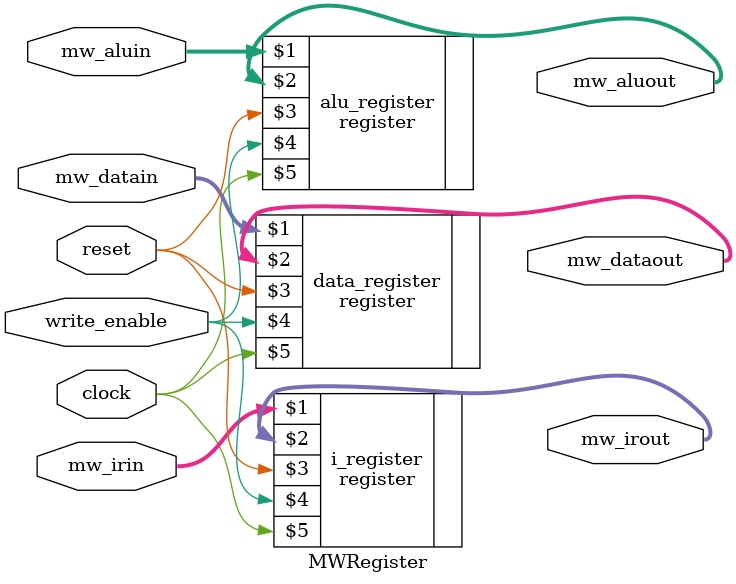
<source format=v>
module MWRegister(mw_aluin,mw_datain,mw_irin,mw_aluout,mw_dataout,mw_irout,write_enable,clock,reset);

    input[31:0] mw_aluin,mw_datain,mw_irin;
    output[31:0] mw_aluout,mw_dataout,mw_irout;
    input write_enable,clock,reset;


    register i_register(mw_irin,mw_irout,reset,write_enable,clock);
    register alu_register(mw_aluin,mw_aluout,reset,write_enable,clock);
    register data_register(mw_datain,mw_dataout,reset,write_enable,clock);



endmodule
</source>
